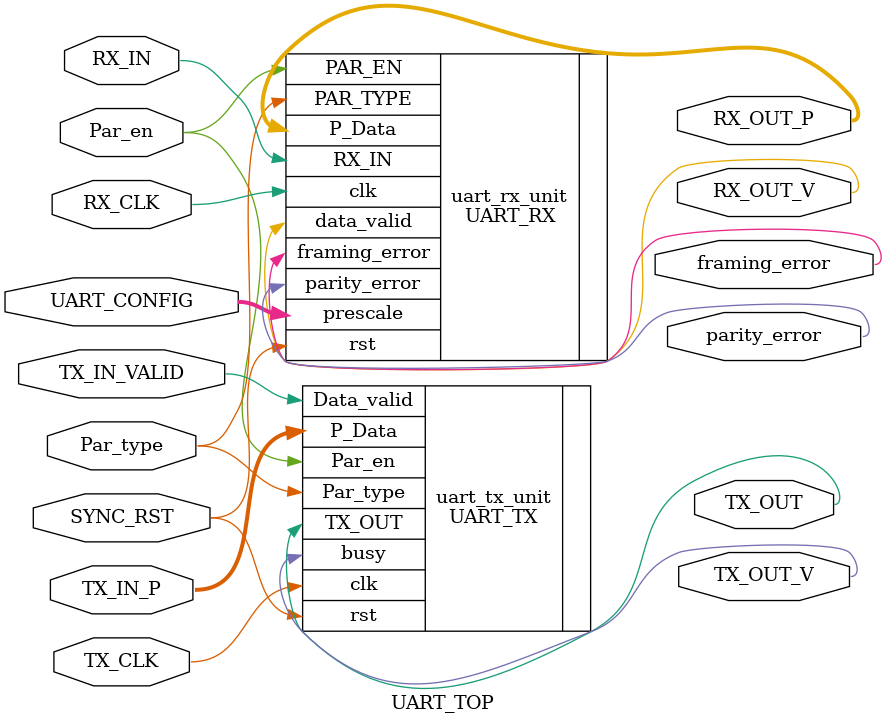
<source format=v>
module UART_TOP #(parameter D_WIDTH = 8)(

input	wire					TX_CLK,
input	wire					RX_CLK,
input	wire					SYNC_RST,
input	wire					RX_IN,
input	wire					TX_IN_VALID,
input	wire	[D_WIDTH-1:0]	TX_IN_P,  
input	wire	[5:0]			UART_CONFIG,
input	wire					Par_en,
input	wire					Par_type,

output			[D_WIDTH-1:0]	RX_OUT_P,
output							RX_OUT_V,
output							TX_OUT,
output							TX_OUT_V,
output  wire                    parity_error,
output  wire                    framing_error


);


UART_TX  #(.D_WIDTH(D_WIDTH)) uart_tx_unit (

.clk(TX_CLK),
.rst(SYNC_RST),
.P_Data(TX_IN_P),
.Data_valid(TX_IN_VALID),
.Par_type(Par_type),
.Par_en(Par_en),
.TX_OUT(TX_OUT),
.busy(TX_OUT_V)

);



UART_RX #(.D_WIDTH(D_WIDTH)) uart_rx_unit(

.clk(RX_CLK),
.rst(SYNC_RST),
.RX_IN(RX_IN),
.PAR_EN(Par_en),
.prescale(UART_CONFIG),
.PAR_TYPE(Par_type),
.data_valid(RX_OUT_V),
.P_Data(RX_OUT_P),
.parity_error(parity_error),
.framing_error(framing_error)


);

endmodule

</source>
